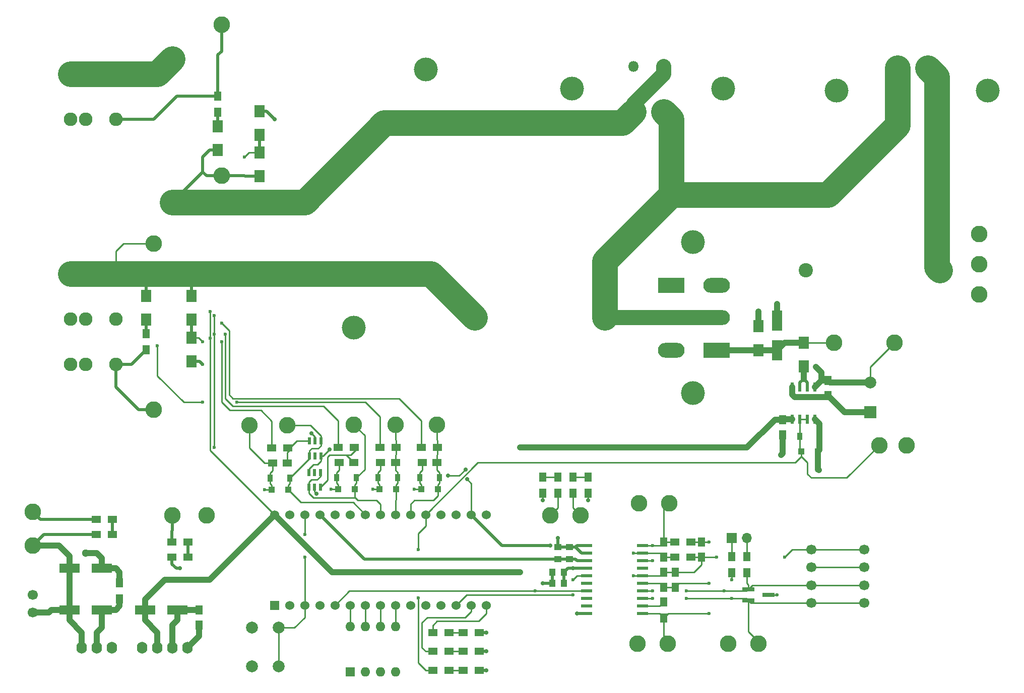
<source format=gtl>
%TF.GenerationSoftware,KiCad,Pcbnew,5.1.6-c6e7f7d~87~ubuntu18.04.1*%
%TF.CreationDate,2020-09-05T21:12:04-05:00*%
%TF.ProjectId,MPPT,4d505054-2e6b-4696-9361-645f70636258,Rev1.2+*%
%TF.SameCoordinates,Original*%
%TF.FileFunction,Copper,L1,Top*%
%TF.FilePolarity,Positive*%
%FSLAX46Y46*%
G04 Gerber Fmt 4.6, Leading zero omitted, Abs format (unit mm)*
G04 Created by KiCad (PCBNEW 5.1.6-c6e7f7d~87~ubuntu18.04.1) date 2020-09-05 21:12:04*
%MOMM*%
%LPD*%
G01*
G04 APERTURE LIST*
%TA.AperFunction,ComponentPad*%
%ADD10C,4.000000*%
%TD*%
%TA.AperFunction,SMDPad,CuDef*%
%ADD11R,0.600000X1.250000*%
%TD*%
%TA.AperFunction,ComponentPad*%
%ADD12R,4.000000X4.000000*%
%TD*%
%TA.AperFunction,SMDPad,CuDef*%
%ADD13R,0.900000X1.200000*%
%TD*%
%TA.AperFunction,SMDPad,CuDef*%
%ADD14R,1.250000X1.500000*%
%TD*%
%TA.AperFunction,ComponentPad*%
%ADD15R,2.000000X2.000000*%
%TD*%
%TA.AperFunction,ComponentPad*%
%ADD16C,2.000000*%
%TD*%
%TA.AperFunction,SMDPad,CuDef*%
%ADD17R,1.250000X1.000000*%
%TD*%
%TA.AperFunction,SMDPad,CuDef*%
%ADD18R,1.000000X1.250000*%
%TD*%
%TA.AperFunction,SMDPad,CuDef*%
%ADD19R,1.500000X1.250000*%
%TD*%
%TA.AperFunction,ComponentPad*%
%ADD20R,1.800000X1.800000*%
%TD*%
%TA.AperFunction,ComponentPad*%
%ADD21O,1.800000X1.800000*%
%TD*%
%TA.AperFunction,SMDPad,CuDef*%
%ADD22R,1.800000X3.500000*%
%TD*%
%TA.AperFunction,SMDPad,CuDef*%
%ADD23R,1.100000X1.100000*%
%TD*%
%TA.AperFunction,ComponentPad*%
%ADD24R,1.700000X1.700000*%
%TD*%
%TA.AperFunction,ComponentPad*%
%ADD25O,1.700000X1.700000*%
%TD*%
%TA.AperFunction,ComponentPad*%
%ADD26C,3.800000*%
%TD*%
%TA.AperFunction,SMDPad,CuDef*%
%ADD27R,1.300000X1.500000*%
%TD*%
%TA.AperFunction,SMDPad,CuDef*%
%ADD28R,1.500000X1.300000*%
%TD*%
%TA.AperFunction,ComponentPad*%
%ADD29C,2.400000*%
%TD*%
%TA.AperFunction,ComponentPad*%
%ADD30O,2.400000X2.400000*%
%TD*%
%TA.AperFunction,SMDPad,CuDef*%
%ADD31R,1.700000X2.000000*%
%TD*%
%TA.AperFunction,ComponentPad*%
%ADD32R,1.600000X1.600000*%
%TD*%
%TA.AperFunction,ComponentPad*%
%ADD33O,1.600000X1.600000*%
%TD*%
%TA.AperFunction,ComponentPad*%
%ADD34C,2.800000*%
%TD*%
%TA.AperFunction,ComponentPad*%
%ADD35O,1.750000X2.000000*%
%TD*%
%TA.AperFunction,ComponentPad*%
%ADD36R,1.524000X1.524000*%
%TD*%
%TA.AperFunction,ComponentPad*%
%ADD37C,1.524000*%
%TD*%
%TA.AperFunction,SMDPad,CuDef*%
%ADD38R,1.950000X0.600000*%
%TD*%
%TA.AperFunction,SMDPad,CuDef*%
%ADD39R,2.000000X0.700000*%
%TD*%
%TA.AperFunction,ComponentPad*%
%ADD40C,2.286000*%
%TD*%
%TA.AperFunction,ComponentPad*%
%ADD41R,4.500000X2.500000*%
%TD*%
%TA.AperFunction,ComponentPad*%
%ADD42O,4.500000X2.500000*%
%TD*%
%TA.AperFunction,SMDPad,CuDef*%
%ADD43R,0.600000X1.550000*%
%TD*%
%TA.AperFunction,ComponentPad*%
%ADD44C,1.700000*%
%TD*%
%TA.AperFunction,SMDPad,CuDef*%
%ADD45R,3.500000X1.600000*%
%TD*%
%TA.AperFunction,ViaPad*%
%ADD46C,0.600000*%
%TD*%
%TA.AperFunction,ViaPad*%
%ADD47C,0.700000*%
%TD*%
%TA.AperFunction,ViaPad*%
%ADD48C,1.300000*%
%TD*%
%TA.AperFunction,Conductor*%
%ADD49C,0.250000*%
%TD*%
%TA.AperFunction,Conductor*%
%ADD50C,0.500000*%
%TD*%
%TA.AperFunction,Conductor*%
%ADD51C,4.300000*%
%TD*%
%TA.AperFunction,Conductor*%
%ADD52C,1.000000*%
%TD*%
%TA.AperFunction,Conductor*%
%ADD53C,2.500000*%
%TD*%
G04 APERTURE END LIST*
D10*
%TO.P,HS2,1*%
%TO.N,N/C*%
X124850000Y-46315000D03*
X150250000Y-46315000D03*
%TD*%
%TO.P,HS1,1*%
%TO.N,N/C*%
X169350000Y-46615000D03*
X194750000Y-46615000D03*
%TD*%
%TO.P,HS3,1*%
%TO.N,N/C*%
X145250000Y-97515000D03*
X145250000Y-72115000D03*
%TD*%
D11*
%TO.P,U8,6*%
%TO.N,+3V3*%
X82700000Y-108065000D03*
%TO.P,U8,5*%
%TO.N,Net-(U8-Pad5)*%
X81750000Y-108065000D03*
%TO.P,U8,4*%
%TO.N,/Array_Voltage*%
X80800000Y-108065000D03*
%TO.P,U8,3*%
%TO.N,Net-(C19-Pad1)*%
X80800000Y-105565000D03*
%TO.P,U8,2*%
%TO.N,GNDPWR*%
X81750000Y-105565000D03*
%TO.P,U8,1*%
%TO.N,/Array_Voltage*%
X82700000Y-105565000D03*
%TD*%
%TO.P,U9,6*%
%TO.N,+3V3*%
X80700000Y-110865000D03*
%TO.P,U9,5*%
%TO.N,Net-(U9-Pad5)*%
X81650000Y-110865000D03*
%TO.P,U9,4*%
%TO.N,/Battery_Voltage*%
X82600000Y-110865000D03*
%TO.P,U9,3*%
%TO.N,Net-(C20-Pad1)*%
X82600000Y-113365000D03*
%TO.P,U9,2*%
%TO.N,GNDPWR*%
X81650000Y-113365000D03*
%TO.P,U9,1*%
%TO.N,/Battery_Voltage*%
X80700000Y-113365000D03*
%TD*%
D12*
%TO.P,C2,1*%
%TO.N,/+Batt*%
X100330000Y-52070000D03*
D10*
%TO.P,C2,2*%
%TO.N,GNDPWR*%
X100330000Y-43070000D03*
%TD*%
D13*
%TO.P,D10,1*%
%TO.N,/PWM*%
X163196000Y-104775000D03*
%TO.P,D10,2*%
%TO.N,GNDPWR*%
X166496000Y-104775000D03*
%TD*%
D12*
%TO.P,C1,1*%
%TO.N,/+Arr*%
X88265000Y-77470000D03*
D10*
%TO.P,C1,2*%
%TO.N,GNDPWR*%
X88265000Y-86470000D03*
%TD*%
D14*
%TO.P,C6,1*%
%TO.N,GNDPWR*%
X160274000Y-104501000D03*
%TO.P,C6,2*%
%TO.N,+9VA*%
X160274000Y-102001000D03*
%TD*%
D15*
%TO.P,C7,1*%
%TO.N,+9VA*%
X175006000Y-100711000D03*
D16*
%TO.P,C7,2*%
%TO.N,GNDPWR*%
X175006000Y-95711000D03*
%TD*%
D14*
%TO.P,C8,1*%
%TO.N,+9VA*%
X167894000Y-97897000D03*
%TO.P,C8,2*%
%TO.N,GNDPWR*%
X167894000Y-95397000D03*
%TD*%
D17*
%TO.P,C13,1*%
%TO.N,+5V*%
X124460000Y-125460000D03*
%TO.P,C13,2*%
%TO.N,GNDPWR*%
X124460000Y-123460000D03*
%TD*%
%TO.P,C14,1*%
%TO.N,+5V*%
X122555000Y-125460000D03*
%TO.P,C14,2*%
%TO.N,GNDPWR*%
X122555000Y-123460000D03*
%TD*%
D18*
%TO.P,C15,1*%
%TO.N,+3V3*%
X123555000Y-129540000D03*
%TO.P,C15,2*%
%TO.N,GNDPWR*%
X121555000Y-129540000D03*
%TD*%
%TO.P,C16,1*%
%TO.N,+3V3*%
X123555000Y-127635000D03*
%TO.P,C16,2*%
%TO.N,GNDPWR*%
X121555000Y-127635000D03*
%TD*%
D19*
%TO.P,C21,1*%
%TO.N,/Array_Current*%
X95230000Y-109220000D03*
%TO.P,C21,2*%
%TO.N,GNDPWR*%
X92730000Y-109220000D03*
%TD*%
%TO.P,C22,1*%
%TO.N,/Battery_Current*%
X102215000Y-109220000D03*
%TO.P,C22,2*%
%TO.N,GNDPWR*%
X99715000Y-109220000D03*
%TD*%
D14*
%TO.P,C23,1*%
%TO.N,GNDPWR*%
X62230000Y-134005000D03*
%TO.P,C23,2*%
%TO.N,Net-(C23-Pad2)*%
X62230000Y-136505000D03*
%TD*%
D20*
%TO.P,D2,1*%
%TO.N,/+Batt*%
X135255000Y-50165000D03*
D21*
%TO.P,D2,2*%
%TO.N,Net-(D1-Pad2)*%
X140335000Y-50165000D03*
%TD*%
D20*
%TO.P,D3,1*%
%TO.N,/+Batt*%
X140335000Y-42545000D03*
D21*
%TO.P,D3,2*%
%TO.N,Net-(D1-Pad2)*%
X135255000Y-42545000D03*
%TD*%
D22*
%TO.P,D4,1*%
%TO.N,/Drive_PWM*%
X159385000Y-90286000D03*
%TO.P,D4,2*%
%TO.N,GNDPWR*%
X159385000Y-85286000D03*
%TD*%
D23*
%TO.P,D5,2*%
%TO.N,GNDPWR*%
X74410000Y-113765000D03*
%TO.P,D5,1*%
%TO.N,/Array_Voltage*%
X77210000Y-113765000D03*
%TD*%
D13*
%TO.P,D6,2*%
%TO.N,GNDPWR*%
X74160000Y-111860000D03*
%TO.P,D6,1*%
%TO.N,/Array_Voltage*%
X77460000Y-111860000D03*
%TD*%
D23*
%TO.P,D7,1*%
%TO.N,/Battery_Voltage*%
X88395000Y-113665000D03*
%TO.P,D7,2*%
%TO.N,GNDPWR*%
X85595000Y-113665000D03*
%TD*%
D13*
%TO.P,D8,1*%
%TO.N,/Battery_Voltage*%
X88645000Y-111760000D03*
%TO.P,D8,2*%
%TO.N,GNDPWR*%
X85345000Y-111760000D03*
%TD*%
D23*
%TO.P,D9,1*%
%TO.N,/PWM*%
X163446000Y-107315000D03*
%TO.P,D9,2*%
%TO.N,GNDPWR*%
X166246000Y-107315000D03*
%TD*%
D24*
%TO.P,JP1,1*%
%TO.N,Net-(JP1-Pad1)*%
X151765000Y-121920000D03*
D25*
%TO.P,JP1,2*%
%TO.N,Net-(JP1-Pad2)*%
X154305000Y-121920000D03*
%TD*%
D26*
%TO.P,L1,1*%
%TO.N,/+Arr*%
X108585000Y-84836000D03*
%TO.P,L1,2*%
%TO.N,Net-(D1-Pad2)*%
X130385000Y-84836000D03*
%TD*%
D27*
%TO.P,L4,1*%
%TO.N,+12V*%
X48895000Y-129460000D03*
%TO.P,L4,2*%
%TO.N,Net-(C4-Pad1)*%
X48895000Y-132160000D03*
%TD*%
%TO.P,LED1,1*%
%TO.N,/-Arr*%
X53340000Y-90250000D03*
%TO.P,LED1,2*%
%TO.N,Net-(LED1-Pad2)*%
X53340000Y-87550000D03*
%TD*%
%TO.P,LED2,1*%
%TO.N,/-Batt*%
X65405000Y-47545000D03*
%TO.P,LED2,2*%
%TO.N,Net-(LED2-Pad2)*%
X65405000Y-50245000D03*
%TD*%
D28*
%TO.P,LED3,1*%
%TO.N,GNDREF*%
X45005000Y-121285000D03*
%TO.P,LED3,2*%
%TO.N,Net-(LED3-Pad2)*%
X47705000Y-121285000D03*
%TD*%
%TO.P,LED4,1*%
%TO.N,GNDPWR*%
X109300000Y-137795000D03*
%TO.P,LED4,2*%
%TO.N,Net-(LED4-Pad2)*%
X106600000Y-137795000D03*
%TD*%
%TO.P,LED5,1*%
%TO.N,GNDPWR*%
X109300000Y-140970000D03*
%TO.P,LED5,2*%
%TO.N,Net-(LED5-Pad2)*%
X106600000Y-140970000D03*
%TD*%
%TO.P,LED6,1*%
%TO.N,GNDPWR*%
X109300000Y-144145000D03*
%TO.P,LED6,2*%
%TO.N,Net-(LED6-Pad2)*%
X106600000Y-144145000D03*
%TD*%
%TO.P,LED7,1*%
%TO.N,GNDPWR*%
X57705000Y-125095000D03*
%TO.P,LED7,2*%
%TO.N,Net-(LED7-Pad2)*%
X60405000Y-125095000D03*
%TD*%
D27*
%TO.P,LED8,1*%
%TO.N,GNDPWR*%
X120015000Y-114380000D03*
%TO.P,LED8,2*%
%TO.N,Net-(LED8-Pad2)*%
X120015000Y-111680000D03*
%TD*%
%TO.P,LED9,1*%
%TO.N,GNDPWR*%
X127635000Y-114380000D03*
%TO.P,LED9,2*%
%TO.N,Net-(LED9-Pad2)*%
X127635000Y-111680000D03*
%TD*%
D29*
%TO.P,R1,1*%
%TO.N,Net-(D1-Pad2)*%
X163830000Y-64135000D03*
D30*
%TO.P,R1,2*%
%TO.N,Net-(C3-Pad1)*%
X186230000Y-64135000D03*
%TD*%
D31*
%TO.P,R2,1*%
%TO.N,/Drive_PWM*%
X156210000Y-90286000D03*
%TO.P,R2,2*%
%TO.N,GNDPWR*%
X156210000Y-86286000D03*
%TD*%
%TO.P,R3,1*%
%TO.N,/+Arr*%
X60960000Y-81185000D03*
%TO.P,R3,2*%
%TO.N,Net-(R23-Pad1)*%
X60960000Y-85185000D03*
%TD*%
%TO.P,R4,1*%
%TO.N,/+Batt*%
X72390000Y-61055000D03*
%TO.P,R4,2*%
%TO.N,Net-(R24-Pad1)*%
X72390000Y-57055000D03*
%TD*%
%TO.P,R5,1*%
%TO.N,Net-(R23-Pad1)*%
X60960000Y-88170000D03*
%TO.P,R5,2*%
%TO.N,GNDPWR*%
X60960000Y-92170000D03*
%TD*%
%TO.P,R6,1*%
%TO.N,Net-(R24-Pad1)*%
X72390000Y-54070000D03*
%TO.P,R6,2*%
%TO.N,GNDPWR*%
X72390000Y-50070000D03*
%TD*%
%TO.P,R7,1*%
%TO.N,/Drive_PWM*%
X163830000Y-89059000D03*
%TO.P,R7,2*%
%TO.N,Net-(R7-Pad2)*%
X163830000Y-93059000D03*
%TD*%
D27*
%TO.P,R9,1*%
%TO.N,Net-(JP1-Pad1)*%
X151765000Y-125015000D03*
%TO.P,R9,2*%
%TO.N,Net-(J4-Pad4)*%
X151765000Y-127715000D03*
%TD*%
%TO.P,R10,1*%
%TO.N,Net-(JP1-Pad2)*%
X154305000Y-125015000D03*
%TO.P,R10,2*%
%TO.N,Net-(J4-Pad3)*%
X154305000Y-127715000D03*
%TD*%
D31*
%TO.P,R12,1*%
%TO.N,Net-(LED1-Pad2)*%
X53340000Y-85185000D03*
%TO.P,R12,2*%
%TO.N,/+Arr*%
X53340000Y-81185000D03*
%TD*%
%TO.P,R13,1*%
%TO.N,Net-(LED2-Pad2)*%
X65405000Y-52610000D03*
%TO.P,R13,2*%
%TO.N,/+Batt*%
X65405000Y-56610000D03*
%TD*%
D28*
%TO.P,R14,1*%
%TO.N,Net-(LED3-Pad2)*%
X47705000Y-118745000D03*
%TO.P,R14,2*%
%TO.N,+12V*%
X45005000Y-118745000D03*
%TD*%
%TO.P,R15,1*%
%TO.N,Net-(LED4-Pad2)*%
X104220000Y-137795000D03*
%TO.P,R15,2*%
%TO.N,/Battery_Full*%
X101520000Y-137795000D03*
%TD*%
%TO.P,R16,1*%
%TO.N,Net-(LED5-Pad2)*%
X104220000Y-140970000D03*
%TO.P,R16,2*%
%TO.N,/Tracking*%
X101520000Y-140970000D03*
%TD*%
%TO.P,R17,1*%
%TO.N,Net-(LED6-Pad2)*%
X104220000Y-144145000D03*
%TO.P,R17,2*%
%TO.N,/PWM*%
X101520000Y-144145000D03*
%TD*%
%TO.P,R18,1*%
%TO.N,Net-(R18-Pad1)*%
X92630000Y-106680000D03*
%TO.P,R18,2*%
%TO.N,/Array_Current*%
X95330000Y-106680000D03*
%TD*%
%TO.P,R19,1*%
%TO.N,Net-(R19-Pad1)*%
X99615000Y-106680000D03*
%TO.P,R19,2*%
%TO.N,/Battery_Current*%
X102315000Y-106680000D03*
%TD*%
%TO.P,R20,1*%
%TO.N,Net-(LED7-Pad2)*%
X60405000Y-122555000D03*
%TO.P,R20,2*%
%TO.N,+9VA*%
X57705000Y-122555000D03*
%TD*%
D27*
%TO.P,R21,1*%
%TO.N,Net-(LED8-Pad2)*%
X122555000Y-111680000D03*
%TO.P,R21,2*%
%TO.N,/CAN_Tx*%
X122555000Y-114380000D03*
%TD*%
%TO.P,R22,1*%
%TO.N,Net-(LED9-Pad2)*%
X125095000Y-111680000D03*
%TO.P,R22,2*%
%TO.N,/CAN_Rx*%
X125095000Y-114380000D03*
%TD*%
D16*
%TO.P,SW1,2*%
%TO.N,/Reset*%
X75620000Y-143510000D03*
%TO.P,SW1,1*%
%TO.N,GNDPWR*%
X71120000Y-143510000D03*
%TO.P,SW1,2*%
%TO.N,/Reset*%
X75620000Y-137010000D03*
%TO.P,SW1,1*%
%TO.N,GNDPWR*%
X71120000Y-137010000D03*
%TD*%
D32*
%TO.P,SW2,1*%
%TO.N,GNDPWR*%
X87630000Y-144399000D03*
D33*
%TO.P,SW2,5*%
%TO.N,Net-(SW2-Pad5)*%
X95250000Y-136779000D03*
%TO.P,SW2,2*%
%TO.N,GNDPWR*%
X90170000Y-144399000D03*
%TO.P,SW2,6*%
%TO.N,Net-(SW2-Pad6)*%
X92710000Y-136779000D03*
%TO.P,SW2,3*%
%TO.N,GNDPWR*%
X92710000Y-144399000D03*
%TO.P,SW2,7*%
%TO.N,Net-(SW2-Pad7)*%
X90170000Y-136779000D03*
%TO.P,SW2,4*%
%TO.N,GNDPWR*%
X95250000Y-144399000D03*
%TO.P,SW2,8*%
%TO.N,Net-(SW2-Pad8)*%
X87630000Y-136779000D03*
%TD*%
D34*
%TO.P,TP1,1*%
%TO.N,/+Arr*%
X54610000Y-72390000D03*
%TD*%
%TO.P,TP2,1*%
%TO.N,/-Arr*%
X54610000Y-100330000D03*
%TD*%
%TO.P,TP3,1*%
%TO.N,Net-(D1-Pad2)*%
X193294000Y-70739000D03*
%TD*%
%TO.P,TP4,1*%
%TO.N,Net-(C3-Pad1)*%
X193294000Y-75819000D03*
%TD*%
%TO.P,TP5,1*%
%TO.N,+9VA*%
X57785000Y-118110000D03*
%TD*%
%TO.P,TP6,1*%
%TO.N,GNDPWR*%
X63500000Y-118110000D03*
%TD*%
%TO.P,TP7,1*%
%TO.N,/Array_Voltage*%
X77080000Y-102970000D03*
%TD*%
%TO.P,TP8,1*%
%TO.N,/Battery_Voltage*%
X88265000Y-102870000D03*
%TD*%
%TO.P,TP9,1*%
%TO.N,/Array_Current*%
X95250000Y-102870000D03*
%TD*%
%TO.P,TP10,1*%
%TO.N,/Battery_Current*%
X102235000Y-102870000D03*
%TD*%
%TO.P,TP11,1*%
%TO.N,/PWM*%
X176530000Y-106299000D03*
%TD*%
%TO.P,TP12,1*%
%TO.N,/Drive_PWM*%
X168910000Y-89027000D03*
%TD*%
%TO.P,TP13,1*%
%TO.N,Net-(C9-Pad1)*%
X136144000Y-116078000D03*
%TD*%
%TO.P,TP14,1*%
%TO.N,Net-(C10-Pad1)*%
X135890000Y-139700000D03*
%TD*%
%TO.P,TP15,1*%
%TO.N,Net-(C10-Pad2)*%
X140970000Y-139700000D03*
%TD*%
%TO.P,TP16,1*%
%TO.N,Net-(C9-Pad2)*%
X141224000Y-116078000D03*
%TD*%
%TO.P,TP17,1*%
%TO.N,+12V*%
X34290000Y-117475000D03*
%TD*%
%TO.P,TP18,1*%
%TO.N,GNDREF*%
X34290000Y-123190000D03*
%TD*%
%TO.P,TP19,1*%
%TO.N,/CAN_Tx*%
X121285000Y-118110000D03*
%TD*%
%TO.P,TP20,1*%
%TO.N,/CAN_Rx*%
X126365000Y-118110000D03*
%TD*%
%TO.P,TP21,1*%
%TO.N,Net-(J4-Pad3)*%
X151130000Y-139700000D03*
%TD*%
%TO.P,TP22,1*%
%TO.N,Net-(J4-Pad4)*%
X156210000Y-139700000D03*
%TD*%
D35*
%TO.P,U1,1*%
%TO.N,GNDREF*%
X42545000Y-140335000D03*
%TO.P,U1,2*%
%TO.N,Net-(C4-Pad1)*%
X45085000Y-140335000D03*
%TO.P,U1,3*%
%TO.N,Net-(U1-Pad3)*%
X47625000Y-140335000D03*
%TO.P,U1,5*%
%TO.N,Net-(U1-Pad5)*%
X52705000Y-140335000D03*
%TO.P,U1,6*%
%TO.N,+9VA*%
X55245000Y-140335000D03*
%TO.P,U1,7*%
%TO.N,GNDPWR*%
X57785000Y-140335000D03*
%TO.P,U1,8*%
%TO.N,Net-(C23-Pad2)*%
X60325000Y-140335000D03*
%TD*%
D36*
%TO.P,U2,1*%
%TO.N,Net-(U2-Pad1)*%
X74930000Y-133223000D03*
D37*
%TO.P,U2,2*%
%TO.N,Net-(U2-Pad2)*%
X77470000Y-133223000D03*
%TO.P,U2,3*%
%TO.N,/Reset*%
X80010000Y-133223000D03*
%TO.P,U2,4*%
%TO.N,GNDPWR*%
X82550000Y-133223000D03*
%TO.P,U2,5*%
%TO.N,/CAN_Tx*%
X85090000Y-133223000D03*
%TO.P,U2,6*%
%TO.N,Net-(SW2-Pad8)*%
X87630000Y-133223000D03*
%TO.P,U2,7*%
%TO.N,Net-(SW2-Pad7)*%
X90170000Y-133223000D03*
%TO.P,U2,8*%
%TO.N,Net-(SW2-Pad6)*%
X92710000Y-133223000D03*
%TO.P,U2,9*%
%TO.N,Net-(SW2-Pad5)*%
X95250000Y-133223000D03*
%TO.P,U2,10*%
%TO.N,Net-(U2-Pad10)*%
X97790000Y-133223000D03*
%TO.P,U2,11*%
%TO.N,Net-(U2-Pad11)*%
X100330000Y-133223000D03*
%TO.P,U2,12*%
%TO.N,Net-(U2-Pad12)*%
X102870000Y-133223000D03*
%TO.P,U2,13*%
%TO.N,/CAN_Rx*%
X105410000Y-133223000D03*
%TO.P,U2,14*%
%TO.N,/Tracking*%
X107950000Y-133223000D03*
%TO.P,U2,15*%
%TO.N,/Battery_Full*%
X110490000Y-133223000D03*
%TO.P,U2,16*%
%TO.N,Net-(U2-Pad16)*%
X110490000Y-117983000D03*
%TO.P,U2,17*%
%TO.N,+3V3*%
X107950000Y-117983000D03*
%TO.P,U2,18*%
%TO.N,Net-(U2-Pad18)*%
X105410000Y-117983000D03*
%TO.P,U2,19*%
%TO.N,Net-(U2-Pad19)*%
X102870000Y-117983000D03*
%TO.P,U2,20*%
%TO.N,/PWM*%
X100330000Y-117983000D03*
%TO.P,U2,21*%
%TO.N,/Battery_Current*%
X97790000Y-117983000D03*
%TO.P,U2,22*%
%TO.N,/Array_Current*%
X95250000Y-117983000D03*
%TO.P,U2,23*%
%TO.N,/Battery_Voltage*%
X92710000Y-117983000D03*
%TO.P,U2,24*%
%TO.N,/Array_Voltage*%
X90170000Y-117983000D03*
%TO.P,U2,25*%
%TO.N,Net-(U2-Pad25)*%
X87630000Y-117983000D03*
%TO.P,U2,26*%
%TO.N,Net-(U2-Pad26)*%
X85090000Y-117983000D03*
%TO.P,U2,27*%
%TO.N,+5V*%
X82550000Y-117983000D03*
%TO.P,U2,28*%
%TO.N,/Reset*%
X80010000Y-117983000D03*
%TO.P,U2,29*%
%TO.N,GNDPWR*%
X77470000Y-117983000D03*
%TO.P,U2,30*%
%TO.N,+9VA*%
X74930000Y-117983000D03*
%TD*%
D38*
%TO.P,U5,1*%
%TO.N,GNDPWR*%
X127380000Y-123190000D03*
%TO.P,U5,2*%
X127380000Y-124460000D03*
%TO.P,U5,3*%
%TO.N,+5V*%
X127380000Y-125730000D03*
%TO.P,U5,4*%
%TO.N,+3V3*%
X127380000Y-127000000D03*
%TO.P,U5,5*%
%TO.N,/CAN_Rx*%
X127380000Y-128270000D03*
%TO.P,U5,6*%
%TO.N,Net-(U5-Pad6)*%
X127380000Y-129540000D03*
%TO.P,U5,7*%
%TO.N,/CAN_Tx*%
X127380000Y-130810000D03*
%TO.P,U5,8*%
%TO.N,Net-(U5-Pad8)*%
X127380000Y-132080000D03*
%TO.P,U5,9*%
%TO.N,Net-(U5-Pad9)*%
X127380000Y-133350000D03*
%TO.P,U5,10*%
%TO.N,GNDPWR*%
X127380000Y-134620000D03*
%TO.P,U5,11*%
%TO.N,Net-(C10-Pad2)*%
X136780000Y-134620000D03*
%TO.P,U5,12*%
%TO.N,Net-(R25-Pad1)*%
X136780000Y-133350000D03*
%TO.P,U5,13*%
%TO.N,Net-(J4-Pad4)*%
X136780000Y-132080000D03*
%TO.P,U5,14*%
%TO.N,Net-(J4-Pad3)*%
X136780000Y-130810000D03*
%TO.P,U5,15*%
%TO.N,Net-(C10-Pad2)*%
X136780000Y-129540000D03*
%TO.P,U5,16*%
%TO.N,Net-(C10-Pad1)*%
X136780000Y-128270000D03*
%TO.P,U5,17*%
%TO.N,Net-(U5-Pad17)*%
X136780000Y-127000000D03*
%TO.P,U5,18*%
%TO.N,Net-(C9-Pad2)*%
X136780000Y-125730000D03*
%TO.P,U5,19*%
%TO.N,Net-(C9-Pad1)*%
X136780000Y-124460000D03*
%TO.P,U5,20*%
%TO.N,Net-(C9-Pad2)*%
X136780000Y-123190000D03*
%TD*%
D34*
%TO.P,TP23,1*%
%TO.N,/+Batt*%
X66040000Y-60960000D03*
%TD*%
%TO.P,TP24,1*%
%TO.N,/-Batt*%
X66040000Y-35560000D03*
%TD*%
D28*
%TO.P,R23,2*%
%TO.N,Net-(C19-Pad1)*%
X77160000Y-106780000D03*
%TO.P,R23,1*%
%TO.N,Net-(R23-Pad1)*%
X74460000Y-106780000D03*
%TD*%
%TO.P,R24,1*%
%TO.N,Net-(R24-Pad1)*%
X85645000Y-106680000D03*
%TO.P,R24,2*%
%TO.N,Net-(C20-Pad1)*%
X88345000Y-106680000D03*
%TD*%
D14*
%TO.P,C9,1*%
%TO.N,Net-(C9-Pad1)*%
X140335000Y-125075000D03*
%TO.P,C9,2*%
%TO.N,Net-(C9-Pad2)*%
X140335000Y-122575000D03*
%TD*%
%TO.P,C10,1*%
%TO.N,Net-(C10-Pad1)*%
X146685000Y-125075000D03*
%TO.P,C10,2*%
%TO.N,Net-(C10-Pad2)*%
X146685000Y-122575000D03*
%TD*%
%TO.P,C11,1*%
%TO.N,Net-(C10-Pad1)*%
X142240000Y-127655000D03*
%TO.P,C11,2*%
%TO.N,Net-(C10-Pad2)*%
X142240000Y-130155000D03*
%TD*%
%TO.P,C12,1*%
%TO.N,Net-(C10-Pad1)*%
X140335000Y-127655000D03*
%TO.P,C12,2*%
%TO.N,Net-(C10-Pad2)*%
X140335000Y-130155000D03*
%TD*%
D28*
%TO.P,L2,1*%
%TO.N,Net-(C10-Pad1)*%
X144860000Y-125095000D03*
%TO.P,L2,2*%
%TO.N,Net-(C9-Pad1)*%
X142160000Y-125095000D03*
%TD*%
%TO.P,L3,1*%
%TO.N,Net-(C10-Pad2)*%
X144860000Y-122555000D03*
%TO.P,L3,2*%
%TO.N,Net-(C9-Pad2)*%
X142160000Y-122555000D03*
%TD*%
D27*
%TO.P,R25,1*%
%TO.N,Net-(R25-Pad1)*%
X140335000Y-132635000D03*
%TO.P,R25,2*%
%TO.N,Net-(C10-Pad2)*%
X140335000Y-135335000D03*
%TD*%
D39*
%TO.P,U7,1*%
%TO.N,Net-(J4-Pad3)*%
X154510000Y-130495000D03*
%TO.P,U7,2*%
%TO.N,Net-(J4-Pad4)*%
X154510000Y-132395000D03*
%TO.P,U7,3*%
%TO.N,Net-(C10-Pad2)*%
X157910000Y-131445000D03*
%TD*%
D34*
%TO.P,TP25,1*%
%TO.N,GNDPWR*%
X193294000Y-80899000D03*
%TD*%
%TO.P,TP26,1*%
%TO.N,GNDPWR*%
X70730000Y-102970000D03*
%TD*%
%TO.P,TP27,1*%
%TO.N,GNDPWR*%
X181102000Y-106299000D03*
%TD*%
%TO.P,TP28,1*%
%TO.N,GNDPWR*%
X179070000Y-89027000D03*
%TD*%
D29*
%TO.P,C3,1*%
%TO.N,Net-(C3-Pad1)*%
X186690000Y-76835000D03*
%TO.P,C3,2*%
%TO.N,GNDPWR*%
X164190000Y-76835000D03*
%TD*%
D20*
%TO.P,D1,1*%
%TO.N,Net-(C3-Pad1)*%
X184658000Y-42799000D03*
D21*
%TO.P,D1,2*%
%TO.N,Net-(D1-Pad2)*%
X179578000Y-42799000D03*
%TD*%
D40*
%TO.P,F1,2*%
%TO.N,/+Batt*%
X57785000Y-65405000D03*
%TO.P,F1,1*%
%TO.N,Net-(F1-Pad1)*%
X57785000Y-41275000D03*
%TD*%
D41*
%TO.P,Q1,1*%
%TO.N,/Drive_PWM*%
X149225000Y-90286000D03*
D42*
%TO.P,Q1,2*%
%TO.N,Net-(D1-Pad2)*%
X149225000Y-84836000D03*
%TO.P,Q1,3*%
%TO.N,GNDPWR*%
X149225000Y-79386000D03*
%TD*%
D41*
%TO.P,Q2,1*%
%TO.N,/Drive_PWM*%
X141605000Y-79386000D03*
D42*
%TO.P,Q2,2*%
%TO.N,Net-(D1-Pad2)*%
X141605000Y-84836000D03*
%TO.P,Q2,3*%
%TO.N,GNDPWR*%
X141605000Y-90286000D03*
%TD*%
D43*
%TO.P,U3,8*%
%TO.N,+9VA*%
X161925000Y-96487000D03*
%TO.P,U3,1*%
X161925000Y-101887000D03*
%TO.P,U3,7*%
%TO.N,Net-(R7-Pad2)*%
X163195000Y-96487000D03*
%TO.P,U3,2*%
%TO.N,/PWM*%
X163195000Y-101887000D03*
%TO.P,U3,6*%
%TO.N,Net-(R7-Pad2)*%
X164465000Y-96487000D03*
%TO.P,U3,3*%
%TO.N,/PWM*%
X164465000Y-101887000D03*
%TO.P,U3,5*%
%TO.N,GNDPWR*%
X165735000Y-96487000D03*
%TO.P,U3,4*%
X165735000Y-101887000D03*
%TD*%
D40*
%TO.P,J2,1*%
%TO.N,Net-(F1-Pad1)*%
X48260000Y-43815000D03*
%TO.P,J2,2*%
%TO.N,/-Batt*%
X48260000Y-51435000D03*
%TO.P,J2,1*%
%TO.N,Net-(F1-Pad1)*%
X43180000Y-43815000D03*
X40640000Y-43815000D03*
%TO.P,J2,2*%
%TO.N,/-Batt*%
X43180000Y-51435000D03*
X40640000Y-51435000D03*
%TD*%
%TO.P,J1,3*%
%TO.N,/-Arr*%
X40640000Y-92710000D03*
X43180000Y-92710000D03*
X48260000Y-92710000D03*
%TO.P,J1,1*%
%TO.N,/+Arr*%
X48260000Y-77470000D03*
%TO.P,J1,2*%
%TO.N,Net-(J1-Pad2)*%
X48260000Y-85090000D03*
%TO.P,J1,1*%
%TO.N,/+Arr*%
X43180000Y-77470000D03*
X40640000Y-77470000D03*
%TO.P,J1,2*%
%TO.N,Net-(J1-Pad2)*%
X43180000Y-85090000D03*
X40640000Y-85090000D03*
%TD*%
D44*
%TO.P,J4,4*%
%TO.N,Net-(J4-Pad4)*%
X173990000Y-132825000D03*
%TO.P,J4,1*%
%TO.N,Net-(C10-Pad1)*%
X173990000Y-123825000D03*
%TO.P,J4,2*%
%TO.N,Net-(C10-Pad2)*%
X173990000Y-126825000D03*
%TO.P,J4,3*%
%TO.N,Net-(J4-Pad3)*%
X173990000Y-129825000D03*
%TD*%
%TO.P,J5,4*%
%TO.N,Net-(J4-Pad4)*%
X165100000Y-132825000D03*
%TO.P,J5,1*%
%TO.N,Net-(C10-Pad1)*%
X165100000Y-123825000D03*
%TO.P,J5,2*%
%TO.N,Net-(C10-Pad2)*%
X165100000Y-126825000D03*
%TO.P,J5,3*%
%TO.N,Net-(J4-Pad3)*%
X165100000Y-129825000D03*
%TD*%
D19*
%TO.P,C19,2*%
%TO.N,GNDPWR*%
X74560000Y-109320000D03*
%TO.P,C19,1*%
%TO.N,Net-(C19-Pad1)*%
X77060000Y-109320000D03*
%TD*%
%TO.P,C20,1*%
%TO.N,Net-(C20-Pad1)*%
X88245000Y-109220000D03*
%TO.P,C20,2*%
%TO.N,GNDPWR*%
X85745000Y-109220000D03*
%TD*%
D23*
%TO.P,D11,1*%
%TO.N,/Array_Current*%
X95380000Y-113665000D03*
%TO.P,D11,2*%
%TO.N,GNDPWR*%
X92580000Y-113665000D03*
%TD*%
D13*
%TO.P,D12,1*%
%TO.N,/Array_Current*%
X95630000Y-111760000D03*
%TO.P,D12,2*%
%TO.N,GNDPWR*%
X92330000Y-111760000D03*
%TD*%
D23*
%TO.P,D13,1*%
%TO.N,/Battery_Current*%
X102365000Y-113665000D03*
%TO.P,D13,2*%
%TO.N,GNDPWR*%
X99565000Y-113665000D03*
%TD*%
D13*
%TO.P,D14,1*%
%TO.N,/Battery_Current*%
X102615000Y-111760000D03*
%TO.P,D14,2*%
%TO.N,GNDPWR*%
X99315000Y-111760000D03*
%TD*%
D44*
%TO.P,J3,1*%
%TO.N,+12V*%
X34290000Y-131445000D03*
%TO.P,J3,2*%
%TO.N,GNDREF*%
X34290000Y-134445000D03*
%TD*%
D45*
%TO.P,C4,1*%
%TO.N,Net-(C4-Pad1)*%
X45880000Y-133985000D03*
%TO.P,C4,2*%
%TO.N,GNDREF*%
X40480000Y-133985000D03*
%TD*%
%TO.P,C5,1*%
%TO.N,+9VA*%
X53180000Y-133985000D03*
%TO.P,C5,2*%
%TO.N,GNDPWR*%
X58580000Y-133985000D03*
%TD*%
%TO.P,C24,1*%
%TO.N,+12V*%
X45880000Y-127000000D03*
%TO.P,C24,2*%
%TO.N,GNDREF*%
X40480000Y-127000000D03*
%TD*%
D46*
%TO.N,GNDPWR*%
X64770000Y-87630000D03*
X64770000Y-84455000D03*
X64770000Y-106680000D03*
D47*
X74930000Y-51435000D03*
D46*
X62865000Y-92710000D03*
D47*
X59055000Y-127000000D03*
D46*
X91440000Y-113665000D03*
X98425000Y-113665000D03*
X84455000Y-113665000D03*
X73270000Y-113765000D03*
D47*
X159385000Y-82550000D03*
X156210000Y-83820000D03*
X160020000Y-107950000D03*
X166370000Y-110490000D03*
X165862000Y-93091000D03*
X110490000Y-144145000D03*
X110490000Y-140970000D03*
X110490000Y-137795000D03*
X120015000Y-129540000D03*
X122555000Y-121920000D03*
X120015000Y-115570000D03*
X127635000Y-115570000D03*
X125730000Y-134620000D03*
X81950000Y-114440000D03*
X81150000Y-104315000D03*
D46*
%TO.N,+9VA*%
X64135000Y-83820000D03*
X64135000Y-88265000D03*
D47*
X56515000Y-128905000D03*
X154305000Y-106680000D03*
X116205000Y-127635000D03*
X116205000Y-106680000D03*
D46*
%TO.N,Net-(C9-Pad1)*%
X135255000Y-124460000D03*
%TO.N,Net-(C9-Pad2)*%
X138430000Y-123190000D03*
X138430000Y-125730000D03*
%TO.N,Net-(C10-Pad1)*%
X160655000Y-125095000D03*
X149225000Y-125095000D03*
X135255000Y-128270000D03*
%TO.N,Net-(C10-Pad2)*%
X159385000Y-131445000D03*
X147955000Y-134620000D03*
X147955000Y-122555000D03*
X147955000Y-129540000D03*
D47*
%TO.N,+3V3*%
X125095000Y-127000000D03*
X121285000Y-123190000D03*
X84150000Y-107015000D03*
X104050000Y-111415000D03*
X106996702Y-110361702D03*
X107251298Y-112016298D03*
D48*
%TO.N,+12V*%
X43180000Y-124460000D03*
D46*
%TO.N,/PWM*%
X99060000Y-123825000D03*
X99060000Y-131953000D03*
%TO.N,Net-(J4-Pad4)*%
X151765000Y-132080000D03*
X151765000Y-128905000D03*
X138430000Y-132080000D03*
X144145000Y-132080000D03*
%TO.N,Net-(J4-Pad3)*%
X150495000Y-130810000D03*
X138430000Y-130810000D03*
X144145000Y-130810000D03*
%TO.N,Net-(R18-Pad1)*%
X55245000Y-89535000D03*
X68580000Y-99060000D03*
X62865000Y-99060000D03*
%TO.N,Net-(R19-Pad1)*%
X66040000Y-85725000D03*
%TO.N,/CAN_Tx*%
X118745000Y-130810000D03*
%TO.N,/CAN_Rx*%
X125095000Y-128905000D03*
X125095000Y-131445000D03*
%TO.N,/Reset*%
X80010000Y-121285000D03*
X80010000Y-125095000D03*
%TO.N,Net-(R23-Pad1)*%
X66040000Y-88900000D03*
X62865000Y-88900000D03*
%TO.N,Net-(R24-Pad1)*%
X69850000Y-57785000D03*
X66675000Y-87630000D03*
%TD*%
D49*
%TO.N,/+Arr*%
X54610000Y-72390000D02*
X49530000Y-72390000D01*
X48260000Y-73660000D02*
X48260000Y-77470000D01*
X49530000Y-72390000D02*
X48260000Y-73660000D01*
D50*
X60960000Y-81185000D02*
X60960000Y-77470000D01*
X53340000Y-81185000D02*
X53340000Y-77470000D01*
D51*
X48260000Y-77470000D02*
X53340000Y-77470000D01*
X53340000Y-77470000D02*
X54610000Y-77470000D01*
X54610000Y-77470000D02*
X60960000Y-77470000D01*
X60960000Y-77470000D02*
X88265000Y-77470000D01*
X43180000Y-77470000D02*
X48260000Y-77470000D01*
X40640000Y-77470000D02*
X43180000Y-77470000D01*
X88265000Y-77470000D02*
X101219000Y-77470000D01*
X101219000Y-77470000D02*
X108585000Y-84836000D01*
D49*
%TO.N,GNDPWR*%
X64770000Y-84455000D02*
X64770000Y-87630000D01*
X64770000Y-87630000D02*
X64770000Y-106680000D01*
D50*
X72390000Y-50070000D02*
X73565000Y-50070000D01*
X73565000Y-50070000D02*
X74930000Y-51435000D01*
X60960000Y-92170000D02*
X62325000Y-92170000D01*
X62325000Y-92170000D02*
X62865000Y-92710000D01*
X57705000Y-125095000D02*
X57705000Y-126285000D01*
X58420000Y-127000000D02*
X59055000Y-127000000D01*
X57705000Y-126285000D02*
X58420000Y-127000000D01*
D52*
X58580000Y-133985000D02*
X60960000Y-133985000D01*
X60980000Y-134005000D02*
X62230000Y-134005000D01*
X60960000Y-133985000D02*
X60980000Y-134005000D01*
X57785000Y-140335000D02*
X57785000Y-136525000D01*
X58580000Y-135730000D02*
X58580000Y-133985000D01*
X57785000Y-136525000D02*
X58580000Y-135730000D01*
D49*
X70730000Y-102970000D02*
X70730000Y-106780000D01*
X73270000Y-109320000D02*
X74560000Y-109320000D01*
X70730000Y-106780000D02*
X73270000Y-109320000D01*
X92580000Y-113665000D02*
X91440000Y-113665000D01*
X99565000Y-113665000D02*
X98425000Y-113665000D01*
X85595000Y-113665000D02*
X84455000Y-113665000D01*
X74410000Y-113765000D02*
X73270000Y-113765000D01*
X99315000Y-111760000D02*
X99315000Y-112650000D01*
X99565000Y-112900000D02*
X99565000Y-113665000D01*
X99315000Y-112650000D02*
X99565000Y-112900000D01*
X99715000Y-109220000D02*
X99715000Y-110470000D01*
X99315000Y-110870000D02*
X99315000Y-111760000D01*
X99715000Y-110470000D02*
X99315000Y-110870000D01*
X92330000Y-111760000D02*
X92330000Y-112650000D01*
X92580000Y-112900000D02*
X92580000Y-113665000D01*
X92330000Y-112650000D02*
X92580000Y-112900000D01*
X92730000Y-109220000D02*
X92730000Y-110470000D01*
X92330000Y-110870000D02*
X92330000Y-111760000D01*
X92730000Y-110470000D02*
X92330000Y-110870000D01*
X85345000Y-111760000D02*
X85345000Y-112650000D01*
X85595000Y-112900000D02*
X85595000Y-113665000D01*
X85345000Y-112650000D02*
X85595000Y-112900000D01*
X85745000Y-109220000D02*
X85745000Y-110470000D01*
X85345000Y-110870000D02*
X85345000Y-111760000D01*
X85745000Y-110470000D02*
X85345000Y-110870000D01*
X74160000Y-111860000D02*
X74160000Y-112750000D01*
X74410000Y-113000000D02*
X74410000Y-113765000D01*
X74160000Y-112750000D02*
X74410000Y-113000000D01*
X74560000Y-109320000D02*
X74560000Y-110570000D01*
X74160000Y-110970000D02*
X74160000Y-111860000D01*
X74560000Y-110570000D02*
X74160000Y-110970000D01*
D52*
X159385000Y-85286000D02*
X159385000Y-82550000D01*
X156210000Y-86286000D02*
X156210000Y-83820000D01*
X160274000Y-104501000D02*
X160274000Y-107696000D01*
X160274000Y-107696000D02*
X160020000Y-107950000D01*
X166246000Y-107315000D02*
X166246000Y-110366000D01*
X166246000Y-110366000D02*
X166370000Y-110490000D01*
X167894000Y-95397000D02*
X168208000Y-95711000D01*
X168208000Y-95711000D02*
X175006000Y-95711000D01*
X166496000Y-104775000D02*
X166496000Y-107065000D01*
X166496000Y-107065000D02*
X166246000Y-107315000D01*
X165735000Y-101887000D02*
X166496000Y-102648000D01*
X166496000Y-102648000D02*
X166496000Y-104775000D01*
D49*
X179070000Y-89027000D02*
X175006000Y-93091000D01*
X175006000Y-93091000D02*
X175006000Y-95711000D01*
D52*
X166825000Y-95397000D02*
X166825000Y-94054000D01*
X166825000Y-94054000D02*
X165862000Y-93091000D01*
X165735000Y-96487000D02*
X166825000Y-95397000D01*
X166825000Y-95397000D02*
X167894000Y-95397000D01*
D50*
X109300000Y-144145000D02*
X110490000Y-144145000D01*
X109300000Y-140970000D02*
X110490000Y-140970000D01*
X109300000Y-137795000D02*
X110490000Y-137795000D01*
X121555000Y-129540000D02*
X120015000Y-129540000D01*
X122555000Y-123460000D02*
X122555000Y-121920000D01*
D49*
X120015000Y-114380000D02*
X120015000Y-115570000D01*
X127635000Y-114380000D02*
X127635000Y-115570000D01*
D50*
X121555000Y-129540000D02*
X121555000Y-127635000D01*
X127380000Y-134620000D02*
X125730000Y-134620000D01*
X125460000Y-123460000D02*
X126460000Y-124460000D01*
X126460000Y-124460000D02*
X127380000Y-124460000D01*
X122555000Y-123460000D02*
X124460000Y-123460000D01*
X124460000Y-123460000D02*
X125460000Y-123460000D01*
X125460000Y-123460000D02*
X125730000Y-123190000D01*
X125730000Y-123190000D02*
X127380000Y-123190000D01*
D49*
X81650000Y-113365000D02*
X81650000Y-114140000D01*
X81650000Y-114140000D02*
X81950000Y-114440000D01*
X81750000Y-105565000D02*
X81750000Y-104915000D01*
X81750000Y-104915000D02*
X81150000Y-104315000D01*
D50*
%TO.N,/+Batt*%
X72390000Y-61055000D02*
X69945000Y-61055000D01*
X69850000Y-60960000D02*
X66040000Y-60960000D01*
X69945000Y-61055000D02*
X69850000Y-60960000D01*
X66040000Y-60960000D02*
X63500000Y-60960000D01*
X63500000Y-60960000D02*
X62865000Y-60325000D01*
X65405000Y-56610000D02*
X64040000Y-56610000D01*
X62865000Y-60325000D02*
X57785000Y-65405000D01*
X62865000Y-57785000D02*
X62865000Y-60325000D01*
X64040000Y-56610000D02*
X62865000Y-57785000D01*
D51*
X57785000Y-65405000D02*
X80010000Y-65405000D01*
X93345000Y-52070000D02*
X100330000Y-52070000D01*
X80010000Y-65405000D02*
X93345000Y-52070000D01*
D53*
X135255000Y-50165000D02*
X135255000Y-48895000D01*
X140335000Y-43815000D02*
X140335000Y-42545000D01*
X135255000Y-48895000D02*
X140335000Y-43815000D01*
D51*
X135255000Y-50165000D02*
X133350000Y-52070000D01*
X133350000Y-52070000D02*
X100330000Y-52070000D01*
%TO.N,Net-(C3-Pad1)*%
X186230000Y-64135000D02*
X186230000Y-76375000D01*
X186230000Y-76375000D02*
X186690000Y-76835000D01*
X184658000Y-42799000D02*
X186230000Y-44371000D01*
X186230000Y-44371000D02*
X186230000Y-64135000D01*
D52*
%TO.N,Net-(C4-Pad1)*%
X45880000Y-133985000D02*
X45880000Y-137000000D01*
X45085000Y-137795000D02*
X45085000Y-140335000D01*
X45880000Y-137000000D02*
X45085000Y-137795000D01*
X48895000Y-132160000D02*
X48895000Y-133350000D01*
X48260000Y-133985000D02*
X45880000Y-133985000D01*
X48895000Y-133350000D02*
X48260000Y-133985000D01*
%TO.N,GNDREF*%
X40480000Y-133985000D02*
X40480000Y-135730000D01*
X42545000Y-137795000D02*
X42545000Y-140335000D01*
X40480000Y-135730000D02*
X42545000Y-137795000D01*
X40480000Y-133985000D02*
X37465000Y-133985000D01*
X37465000Y-133985000D02*
X37005000Y-134445000D01*
X37005000Y-134445000D02*
X34290000Y-134445000D01*
X40480000Y-127000000D02*
X40480000Y-133985000D01*
X34290000Y-123190000D02*
X38735000Y-123190000D01*
X38735000Y-123190000D02*
X40480000Y-124935000D01*
X40480000Y-124935000D02*
X40480000Y-127000000D01*
D50*
X45005000Y-121285000D02*
X36195000Y-121285000D01*
X36195000Y-121285000D02*
X34290000Y-123190000D01*
D49*
%TO.N,+9VA*%
X64135000Y-88265000D02*
X64135000Y-83820000D01*
X64135000Y-88265000D02*
X64135000Y-107188000D01*
X74930000Y-117983000D02*
X64135000Y-107188000D01*
D50*
X57785000Y-118110000D02*
X57785000Y-120650000D01*
X57705000Y-120730000D02*
X57705000Y-122555000D01*
X57785000Y-120650000D02*
X57705000Y-120730000D01*
D52*
X53180000Y-133985000D02*
X53180000Y-132240000D01*
X64008000Y-128905000D02*
X74930000Y-117983000D01*
X56515000Y-128905000D02*
X64008000Y-128905000D01*
X53180000Y-132240000D02*
X56515000Y-128905000D01*
X53180000Y-133985000D02*
X53180000Y-135730000D01*
X55245000Y-137795000D02*
X55245000Y-140335000D01*
X53180000Y-135730000D02*
X55245000Y-137795000D01*
X160274000Y-102001000D02*
X158984000Y-102001000D01*
X158984000Y-102001000D02*
X154305000Y-106680000D01*
X84582000Y-127635000D02*
X116205000Y-127635000D01*
X84582000Y-127635000D02*
X74930000Y-117983000D01*
X154305000Y-106680000D02*
X116205000Y-106680000D01*
X167894000Y-97897000D02*
X167620000Y-98171000D01*
X167620000Y-98171000D02*
X162306000Y-98171000D01*
X161925000Y-97790000D02*
X161925000Y-96487000D01*
X162306000Y-98171000D02*
X161925000Y-97790000D01*
X175006000Y-100711000D02*
X170708000Y-100711000D01*
X170708000Y-100711000D02*
X167894000Y-97897000D01*
X161925000Y-101887000D02*
X160388000Y-101887000D01*
X160388000Y-101887000D02*
X160274000Y-102001000D01*
D49*
%TO.N,Net-(C9-Pad1)*%
X136780000Y-124460000D02*
X135255000Y-124460000D01*
X136780000Y-124460000D02*
X139720000Y-124460000D01*
X139720000Y-124460000D02*
X140355000Y-125095000D01*
X140355000Y-125095000D02*
X142160000Y-125095000D01*
%TO.N,Net-(C9-Pad2)*%
X140335000Y-122575000D02*
X140335000Y-116967000D01*
X140335000Y-116967000D02*
X141224000Y-116078000D01*
X136780000Y-125730000D02*
X138430000Y-125730000D01*
X136780000Y-123190000D02*
X138430000Y-123190000D01*
X138430000Y-123190000D02*
X139720000Y-123190000D01*
X139720000Y-123190000D02*
X140355000Y-122555000D01*
X140355000Y-122555000D02*
X142160000Y-122555000D01*
%TO.N,Net-(C10-Pad1)*%
X146685000Y-125075000D02*
X146705000Y-125095000D01*
X146705000Y-125095000D02*
X149225000Y-125095000D01*
X161925000Y-123825000D02*
X165100000Y-123825000D01*
X160655000Y-125095000D02*
X161925000Y-123825000D01*
X173990000Y-123825000D02*
X165100000Y-123825000D01*
X136780000Y-128270000D02*
X135255000Y-128270000D01*
X146685000Y-125075000D02*
X146685000Y-126365000D01*
X145395000Y-127655000D02*
X142240000Y-127655000D01*
X146685000Y-126365000D02*
X145395000Y-127655000D01*
X136780000Y-128270000D02*
X139720000Y-128270000D01*
X139720000Y-128270000D02*
X140335000Y-127655000D01*
X140335000Y-127655000D02*
X142240000Y-127655000D01*
X144860000Y-125095000D02*
X146665000Y-125095000D01*
X146665000Y-125095000D02*
X146685000Y-125075000D01*
%TO.N,Net-(C10-Pad2)*%
X157910000Y-131445000D02*
X159385000Y-131445000D01*
X165100000Y-126825000D02*
X173990000Y-126825000D01*
X140335000Y-135335000D02*
X140335000Y-138684000D01*
X140335000Y-138684000D02*
X141224000Y-139573000D01*
X147955000Y-129540000D02*
X142855000Y-129540000D01*
X142855000Y-129540000D02*
X142240000Y-130155000D01*
X141050000Y-134620000D02*
X140335000Y-135335000D01*
X147955000Y-134620000D02*
X141050000Y-134620000D01*
X136780000Y-134620000D02*
X139620000Y-134620000D01*
X139620000Y-134620000D02*
X140335000Y-135335000D01*
X146685000Y-122575000D02*
X147935000Y-122575000D01*
X147935000Y-122575000D02*
X147955000Y-122555000D01*
X147955000Y-129540000D02*
X147935000Y-129520000D01*
X136780000Y-129540000D02*
X139720000Y-129540000D01*
X139720000Y-129540000D02*
X140335000Y-130155000D01*
X140335000Y-130155000D02*
X142240000Y-130155000D01*
X144860000Y-122555000D02*
X146665000Y-122555000D01*
X146665000Y-122555000D02*
X146685000Y-122575000D01*
D50*
%TO.N,+5V*%
X122555000Y-125460000D02*
X90027000Y-125460000D01*
X90027000Y-125460000D02*
X82550000Y-117983000D01*
X124460000Y-125460000D02*
X125460000Y-125460000D01*
X125730000Y-125730000D02*
X127380000Y-125730000D01*
X125460000Y-125460000D02*
X125730000Y-125730000D01*
X122555000Y-125460000D02*
X124460000Y-125460000D01*
%TO.N,+3V3*%
X121285000Y-123190000D02*
X113157000Y-123190000D01*
X113157000Y-123190000D02*
X107950000Y-117983000D01*
X123555000Y-127635000D02*
X123555000Y-129540000D01*
X125095000Y-127000000D02*
X124190000Y-127000000D01*
X124190000Y-127000000D02*
X123555000Y-127635000D01*
X127380000Y-127000000D02*
X125095000Y-127000000D01*
D49*
X80700000Y-110304998D02*
X81489998Y-109515000D01*
X80700000Y-110865000D02*
X80700000Y-110304998D01*
X82700000Y-108940000D02*
X82700000Y-108065000D01*
X82125000Y-109515000D02*
X82700000Y-108940000D01*
X81489998Y-109515000D02*
X82125000Y-109515000D01*
X82700000Y-108065000D02*
X83100000Y-108065000D01*
X83100000Y-108065000D02*
X84150000Y-107015000D01*
X104050000Y-111415000D02*
X105943404Y-111415000D01*
X105943404Y-111415000D02*
X106996702Y-110361702D01*
X107950000Y-112715000D02*
X107950000Y-117983000D01*
X107251298Y-112016298D02*
X107950000Y-112715000D01*
%TO.N,/Array_Voltage*%
X77460000Y-111860000D02*
X77460000Y-112750000D01*
X77210000Y-113000000D02*
X77210000Y-113765000D01*
X77460000Y-112750000D02*
X77210000Y-113000000D01*
X90170000Y-117983000D02*
X88102000Y-115915000D01*
X79360000Y-115915000D02*
X77210000Y-113765000D01*
X88102000Y-115915000D02*
X79360000Y-115915000D01*
X82700000Y-105565000D02*
X82700000Y-106365000D01*
X82700000Y-106365000D02*
X82250000Y-106815000D01*
X81175000Y-106815000D02*
X80800000Y-107190000D01*
X80800000Y-107190000D02*
X80800000Y-108065000D01*
X82250000Y-106815000D02*
X81175000Y-106815000D01*
X82700000Y-104690000D02*
X82700000Y-105565000D01*
X80980000Y-102970000D02*
X82700000Y-104690000D01*
X77080000Y-102970000D02*
X80980000Y-102970000D01*
X80800000Y-108520000D02*
X77460000Y-111860000D01*
X80800000Y-108065000D02*
X80800000Y-108520000D01*
%TO.N,/Battery_Voltage*%
X88395000Y-113665000D02*
X88395000Y-115065000D01*
X92710000Y-116205000D02*
X92710000Y-117983000D01*
X92075000Y-115570000D02*
X92710000Y-116205000D01*
X88900000Y-115570000D02*
X92075000Y-115570000D01*
X88395000Y-115065000D02*
X88900000Y-115570000D01*
X88645000Y-111760000D02*
X88645000Y-112650000D01*
X88395000Y-112900000D02*
X88395000Y-113665000D01*
X88645000Y-112650000D02*
X88395000Y-112900000D01*
X82600000Y-110865000D02*
X82600000Y-111565000D01*
X82600000Y-111565000D02*
X82050000Y-112115000D01*
X80700000Y-112490000D02*
X80700000Y-113365000D01*
X81075000Y-112115000D02*
X80700000Y-112490000D01*
X82050000Y-112115000D02*
X81075000Y-112115000D01*
X88345000Y-115115000D02*
X88395000Y-115065000D01*
X81489998Y-115115000D02*
X88345000Y-115115000D01*
X80700000Y-113365000D02*
X80700000Y-114325002D01*
X80700000Y-114325002D02*
X81489998Y-115115000D01*
X88265000Y-102870000D02*
X90050000Y-104655000D01*
X90050000Y-110355000D02*
X88645000Y-111760000D01*
X90050000Y-104655000D02*
X90050000Y-110355000D01*
%TO.N,/Array_Current*%
X95380000Y-113665000D02*
X95380000Y-115440000D01*
X95250000Y-115570000D02*
X95250000Y-117983000D01*
X95380000Y-115440000D02*
X95250000Y-115570000D01*
X95330000Y-106680000D02*
X95330000Y-105490000D01*
X95250000Y-105410000D02*
X95250000Y-102870000D01*
X95330000Y-105490000D02*
X95250000Y-105410000D01*
X95630000Y-111760000D02*
X95630000Y-112650000D01*
X95380000Y-112900000D02*
X95380000Y-113665000D01*
X95630000Y-112650000D02*
X95380000Y-112900000D01*
X95230000Y-109220000D02*
X95230000Y-110470000D01*
X95630000Y-110870000D02*
X95630000Y-111760000D01*
X95230000Y-110470000D02*
X95630000Y-110870000D01*
X95330000Y-106680000D02*
X95330000Y-107870000D01*
X95230000Y-107970000D02*
X95230000Y-109220000D01*
X95330000Y-107870000D02*
X95230000Y-107970000D01*
%TO.N,/Battery_Current*%
X102365000Y-113665000D02*
X102365000Y-114805000D01*
X102365000Y-114805000D02*
X101600000Y-115570000D01*
X97790000Y-116205000D02*
X97790000Y-117983000D01*
X98425000Y-115570000D02*
X97790000Y-116205000D01*
X101600000Y-115570000D02*
X98425000Y-115570000D01*
X102615000Y-111760000D02*
X102615000Y-112650000D01*
X102365000Y-112900000D02*
X102365000Y-113665000D01*
X102615000Y-112650000D02*
X102365000Y-112900000D01*
X102215000Y-109220000D02*
X102215000Y-110470000D01*
X102615000Y-110870000D02*
X102615000Y-111760000D01*
X102215000Y-110470000D02*
X102615000Y-110870000D01*
X102315000Y-106680000D02*
X102315000Y-107870000D01*
X102215000Y-107970000D02*
X102215000Y-109220000D01*
X102315000Y-107870000D02*
X102215000Y-107970000D01*
X102315000Y-106680000D02*
X102315000Y-105490000D01*
X102235000Y-105410000D02*
X102235000Y-102870000D01*
X102315000Y-105490000D02*
X102235000Y-105410000D01*
D52*
%TO.N,Net-(C23-Pad2)*%
X62230000Y-136505000D02*
X62230000Y-138430000D01*
X62230000Y-138430000D02*
X60325000Y-140335000D01*
%TO.N,+12V*%
X45880000Y-127000000D02*
X45880000Y-125255000D01*
X45085000Y-124460000D02*
X45880000Y-125255000D01*
X45085000Y-124460000D02*
X43180000Y-124460000D01*
X45880000Y-127000000D02*
X48260000Y-127000000D01*
X48895000Y-127635000D02*
X48895000Y-129460000D01*
X48260000Y-127000000D02*
X48895000Y-127635000D01*
D50*
X34290000Y-117475000D02*
X35560000Y-118745000D01*
X35560000Y-118745000D02*
X45005000Y-118745000D01*
D51*
%TO.N,Net-(D1-Pad2)*%
X140335000Y-50165000D02*
X141605000Y-51435000D01*
X141605000Y-51435000D02*
X141605000Y-64135000D01*
X130385000Y-84836000D02*
X130385000Y-75355000D01*
X130385000Y-75355000D02*
X141605000Y-64135000D01*
X141605000Y-64135000D02*
X163830000Y-64135000D01*
D53*
X141605000Y-84836000D02*
X149225000Y-84836000D01*
X130385000Y-84836000D02*
X141605000Y-84836000D01*
D51*
X163830000Y-64135000D02*
X167894000Y-64135000D01*
X179578000Y-52451000D02*
X179578000Y-42799000D01*
X167894000Y-64135000D02*
X179578000Y-52451000D01*
D52*
%TO.N,/Drive_PWM*%
X159385000Y-90286000D02*
X160612000Y-89059000D01*
X160612000Y-89059000D02*
X163830000Y-89059000D01*
X156210000Y-90286000D02*
X159385000Y-90286000D01*
X149225000Y-90286000D02*
X156210000Y-90286000D01*
D49*
X163830000Y-89059000D02*
X163862000Y-89027000D01*
X163862000Y-89027000D02*
X168910000Y-89027000D01*
%TO.N,/PWM*%
X163446000Y-108207000D02*
X163452000Y-108207000D01*
X171069000Y-111760000D02*
X176530000Y-106299000D01*
X165100000Y-111760000D02*
X171069000Y-111760000D01*
X164465000Y-111125000D02*
X165100000Y-111760000D01*
X164465000Y-109220000D02*
X164465000Y-111125000D01*
X163452000Y-108207000D02*
X164465000Y-109220000D01*
X163195000Y-101887000D02*
X164465000Y-101887000D01*
X163196000Y-104775000D02*
X163195000Y-104774000D01*
X163195000Y-104774000D02*
X163195000Y-101887000D01*
X163446000Y-107315000D02*
X163196000Y-107065000D01*
X163196000Y-107065000D02*
X163196000Y-104775000D01*
X162433000Y-109220000D02*
X163446000Y-108207000D01*
X162433000Y-109220000D02*
X109093000Y-109220000D01*
X100330000Y-117983000D02*
X109093000Y-109220000D01*
X163446000Y-108207000D02*
X163446000Y-107315000D01*
X101520000Y-144145000D02*
X100330000Y-144145000D01*
X99060000Y-123825000D02*
X99060000Y-121158000D01*
X100330000Y-119888000D02*
X100330000Y-117983000D01*
X99060000Y-131953000D02*
X99060000Y-142875000D01*
X100330000Y-119888000D02*
X99060000Y-121158000D01*
X100330000Y-144145000D02*
X99060000Y-142875000D01*
D51*
%TO.N,Net-(F1-Pad1)*%
X48260000Y-43815000D02*
X55245000Y-43815000D01*
X55245000Y-43815000D02*
X57785000Y-41275000D01*
X43180000Y-43815000D02*
X48260000Y-43815000D01*
X40640000Y-43815000D02*
X43180000Y-43815000D01*
D50*
%TO.N,/-Arr*%
X54610000Y-100330000D02*
X52070000Y-100330000D01*
X48260000Y-96520000D02*
X48260000Y-92710000D01*
X52070000Y-100330000D02*
X48260000Y-96520000D01*
X53340000Y-90250000D02*
X50880000Y-92710000D01*
X50880000Y-92710000D02*
X48260000Y-92710000D01*
%TO.N,/-Batt*%
X65405000Y-47545000D02*
X65405000Y-40640000D01*
X66040000Y-40005000D02*
X66040000Y-35560000D01*
X65405000Y-40640000D02*
X66040000Y-40005000D01*
X65405000Y-47545000D02*
X58500000Y-47545000D01*
X54610000Y-51435000D02*
X48260000Y-51435000D01*
X58500000Y-47545000D02*
X54610000Y-51435000D01*
D49*
%TO.N,Net-(J4-Pad4)*%
X154510000Y-132395000D02*
X154510000Y-137619000D01*
X154510000Y-137619000D02*
X156464000Y-139573000D01*
X165100000Y-132825000D02*
X173990000Y-132825000D01*
X154510000Y-132395000D02*
X154940000Y-132825000D01*
X154940000Y-132825000D02*
X165100000Y-132825000D01*
X151765000Y-127715000D02*
X151765000Y-128905000D01*
X154195000Y-132080000D02*
X151765000Y-132080000D01*
X151765000Y-132080000D02*
X144145000Y-132080000D01*
X138430000Y-132080000D02*
X136780000Y-132080000D01*
X154195000Y-132080000D02*
X154510000Y-132395000D01*
%TO.N,Net-(J4-Pad3)*%
X165100000Y-129825000D02*
X173990000Y-129825000D01*
X154510000Y-130495000D02*
X155180000Y-129825000D01*
X155180000Y-129825000D02*
X165100000Y-129825000D01*
X154510000Y-130495000D02*
X154510000Y-129745000D01*
X154305000Y-129540000D02*
X154305000Y-127715000D01*
X154510000Y-129745000D02*
X154305000Y-129540000D01*
X154195000Y-130810000D02*
X150495000Y-130810000D01*
X150495000Y-130810000D02*
X144145000Y-130810000D01*
X138430000Y-130810000D02*
X136780000Y-130810000D01*
X154195000Y-130810000D02*
X154510000Y-130495000D01*
%TO.N,Net-(JP1-Pad1)*%
X151765000Y-125015000D02*
X151765000Y-121920000D01*
%TO.N,Net-(JP1-Pad2)*%
X154305000Y-125015000D02*
X154305000Y-121920000D01*
D50*
%TO.N,Net-(LED1-Pad2)*%
X53340000Y-85185000D02*
X53340000Y-87550000D01*
%TO.N,Net-(LED2-Pad2)*%
X65405000Y-52610000D02*
X65405000Y-50245000D01*
%TO.N,Net-(LED3-Pad2)*%
X47705000Y-118745000D02*
X47705000Y-121285000D01*
D49*
%TO.N,Net-(LED4-Pad2)*%
X104220000Y-137795000D02*
X106600000Y-137795000D01*
%TO.N,Net-(LED5-Pad2)*%
X104220000Y-140970000D02*
X106600000Y-140970000D01*
%TO.N,Net-(LED6-Pad2)*%
X104220000Y-144145000D02*
X106600000Y-144145000D01*
D50*
%TO.N,Net-(LED7-Pad2)*%
X60405000Y-122555000D02*
X60405000Y-125095000D01*
D49*
%TO.N,Net-(LED8-Pad2)*%
X122555000Y-111680000D02*
X120015000Y-111680000D01*
%TO.N,Net-(LED9-Pad2)*%
X125095000Y-111680000D02*
X127635000Y-111680000D01*
D52*
%TO.N,Net-(R7-Pad2)*%
X163830000Y-95123000D02*
X163830000Y-93059000D01*
D50*
X164465000Y-96487000D02*
X164465000Y-95758000D01*
X164465000Y-95758000D02*
X163830000Y-95123000D01*
X163195000Y-96487000D02*
X163195000Y-95758000D01*
X163195000Y-95758000D02*
X163830000Y-95123000D01*
D49*
%TO.N,/Battery_Full*%
X102235000Y-135890000D02*
X109220000Y-135890000D01*
X101520000Y-136605000D02*
X102235000Y-135890000D01*
X101520000Y-137795000D02*
X101520000Y-136605000D01*
X110490000Y-134620000D02*
X110490000Y-133223000D01*
X109220000Y-135890000D02*
X110490000Y-134620000D01*
X110490000Y-133223000D02*
X110490000Y-133223000D01*
%TO.N,/Tracking*%
X101520000Y-140970000D02*
X100330000Y-140970000D01*
X107950000Y-134239000D02*
X106934000Y-135255000D01*
X106934000Y-135255000D02*
X100584000Y-135255000D01*
X100584000Y-135255000D02*
X99695000Y-136144000D01*
X99695000Y-136144000D02*
X99695000Y-140335000D01*
X107950000Y-134239000D02*
X107950000Y-133223000D01*
X100330000Y-140970000D02*
X99695000Y-140335000D01*
%TO.N,Net-(R18-Pad1)*%
X55245000Y-94615000D02*
X59690000Y-99060000D01*
X55245000Y-89535000D02*
X55245000Y-94615000D01*
X92630000Y-101520000D02*
X92630000Y-106680000D01*
X90170000Y-99060000D02*
X92630000Y-101520000D01*
X68580000Y-99060000D02*
X90170000Y-99060000D01*
X59690000Y-99060000D02*
X62865000Y-99060000D01*
%TO.N,Net-(R19-Pad1)*%
X99615000Y-106680000D02*
X99615000Y-102155000D01*
X95885000Y-98425000D02*
X99615000Y-102155000D01*
X67945000Y-98425000D02*
X95885000Y-98425000D01*
X66040000Y-85725000D02*
X67310000Y-86995000D01*
X67310000Y-86995000D02*
X67310000Y-97790000D01*
X67310000Y-97790000D02*
X67945000Y-98425000D01*
%TO.N,/CAN_Tx*%
X121285000Y-118110000D02*
X122555000Y-116840000D01*
X122555000Y-116840000D02*
X122555000Y-114380000D01*
X85090000Y-133223000D02*
X87503000Y-130810000D01*
X87503000Y-130810000D02*
X118745000Y-130810000D01*
X118745000Y-130810000D02*
X127380000Y-130810000D01*
%TO.N,/CAN_Rx*%
X127380000Y-128270000D02*
X125730000Y-128270000D01*
X125730000Y-128270000D02*
X125095000Y-128905000D01*
X107188000Y-131445000D02*
X125095000Y-131445000D01*
X105410000Y-133223000D02*
X107188000Y-131445000D01*
X126365000Y-118110000D02*
X125095000Y-116840000D01*
X125095000Y-116840000D02*
X125095000Y-114380000D01*
%TO.N,/Reset*%
X75620000Y-137010000D02*
X78255000Y-137010000D01*
X80010000Y-135255000D02*
X80010000Y-133223000D01*
X78255000Y-137010000D02*
X80010000Y-135255000D01*
X75620000Y-143510000D02*
X75620000Y-137010000D01*
X80010000Y-117983000D02*
X80010000Y-121285000D01*
X80010000Y-125095000D02*
X80010000Y-133223000D01*
%TO.N,Net-(SW2-Pad5)*%
X95250000Y-136779000D02*
X95250000Y-133223000D01*
%TO.N,Net-(SW2-Pad6)*%
X92710000Y-136779000D02*
X92710000Y-133223000D01*
%TO.N,Net-(SW2-Pad7)*%
X90170000Y-136779000D02*
X90170000Y-133223000D01*
%TO.N,Net-(SW2-Pad8)*%
X87630000Y-136779000D02*
X87630000Y-133223000D01*
%TO.N,Net-(R25-Pad1)*%
X136780000Y-133350000D02*
X139620000Y-133350000D01*
X139620000Y-133350000D02*
X140335000Y-132635000D01*
%TO.N,Net-(R23-Pad1)*%
X60960000Y-88170000D02*
X62135000Y-88170000D01*
X62135000Y-88170000D02*
X62865000Y-88900000D01*
D50*
X60960000Y-85185000D02*
X60960000Y-88170000D01*
D49*
X66040000Y-99060000D02*
X66040000Y-88900000D01*
X67410000Y-100430000D02*
X66040000Y-99060000D01*
X72635000Y-100430000D02*
X67410000Y-100430000D01*
X74460000Y-106780000D02*
X74460000Y-102255000D01*
X74460000Y-102255000D02*
X72635000Y-100430000D01*
%TO.N,Net-(R24-Pad1)*%
X72390000Y-57055000D02*
X70580000Y-57055000D01*
X70580000Y-57055000D02*
X69850000Y-57785000D01*
D50*
X72390000Y-54070000D02*
X72390000Y-57055000D01*
D49*
X85645000Y-102155000D02*
X85645000Y-106680000D01*
X83185000Y-99695000D02*
X85645000Y-102155000D01*
X67945000Y-99695000D02*
X83185000Y-99695000D01*
X66675000Y-87630000D02*
X66675000Y-98425000D01*
X66675000Y-98425000D02*
X67945000Y-99695000D01*
%TO.N,Net-(C19-Pad1)*%
X78638610Y-105565000D02*
X77610010Y-106593600D01*
X80800000Y-105565000D02*
X78638610Y-105565000D01*
X77060000Y-107516410D02*
X77478205Y-107098205D01*
X77060000Y-109320000D02*
X77060000Y-107516410D01*
%TO.N,Net-(C20-Pad1)*%
X86940000Y-107915000D02*
X88245000Y-109220000D01*
X87746410Y-107915000D02*
X88663205Y-106998205D01*
X86940000Y-107915000D02*
X87746410Y-107915000D01*
X83829999Y-108235001D02*
X83829999Y-112135001D01*
X84150000Y-107915000D02*
X83829999Y-108235001D01*
X83829999Y-112135001D02*
X82600000Y-113365000D01*
X86940000Y-107915000D02*
X84150000Y-107915000D01*
%TD*%
M02*

</source>
